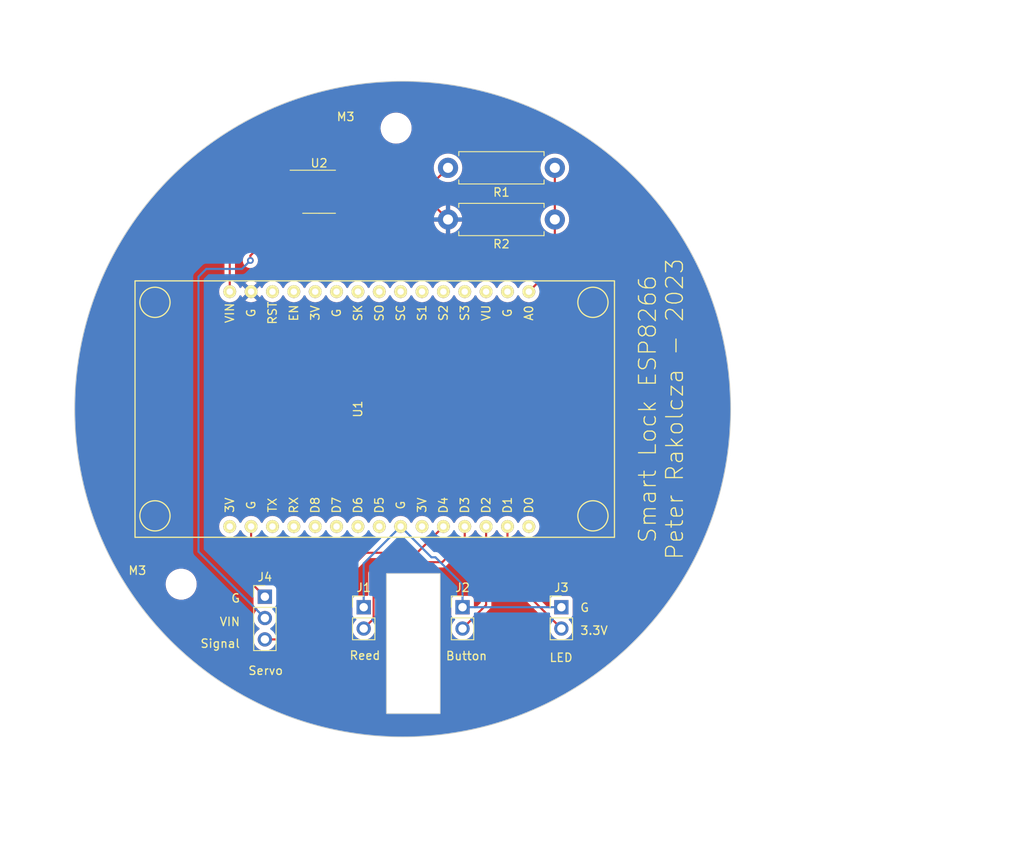
<source format=kicad_pcb>
(kicad_pcb (version 20221018) (generator pcbnew)
  (layers (0 "F.Cu" signal) (31 "B.Cu" signal) (34 "B.Paste" user) (35 "F.Paste" user) (36 "B.SilkS" user "B.Silkscreen") (37 "F.SilkS" user "F.Silkscreen") (38 "B.Mask" user) (39 "F.Mask" user) (44 "Edge.Cuts" user))
  (net 0 "")
  (net 1 "Net-(J1-Pin_1)")
  (net 2 "Net-(J1-Pin_2)")
  (net 3 "Net-(J4-Pin_1)")
  (net 4 "Net-(U1-A0(ADC0))")
  (net 5 "Net-(U2-VIOUT)")
  (net 6 "Net-(U2-GND)")
  (net 19 "Net-(U1-VIN)")
  (net 21 "Net-(J2-Pin_2)")
  (net 30 "Net-(J3-Pin_2)")
  (net 31 "Net-(J4-Pin_2)")
  (net 33 "Net-(J4-Pin_3)")
  (footprint "Connector_PinHeader_2.54mm:PinHeader_1x02_P2.54mm_Vertical" (layer "F.Cu") (at 82.1182 128.5698)
    (fp_text reference "J2" (at 0 -2.33) (layer "F.SilkS"))
    (fp_text value "Button")
    (fp_line (start -1.33 -1.33) (end 0 -1.33) (stroke (width 0.12)) (layer "F.SilkS"))
    (fp_line (start -1.33 0) (end -1.33 -1.33) (stroke (width 0.12)) (layer "F.SilkS"))
    (fp_line (start -1.33 1.27) (end -1.33 3.87) (stroke (width 0.12)) (layer "F.SilkS"))
    (fp_line (start -1.33 1.27) (end 1.33 1.27) (stroke (width 0.12)) (layer "F.SilkS"))
    (fp_line (start -1.33 3.87) (end 1.33 3.87) (stroke (width 0.12)) (layer "F.SilkS"))
    (fp_line (start 1.33 1.27) (end 1.33 3.87) (stroke (width 0.12)) (layer "F.SilkS"))
    (pad "1" thru_hole rect (at 0 0) (size 1.7 1.7) (drill 1) (layers "*.Cu" "*.Mask") (net 1 "Net-(J1-Pin_1)"))
    (pad "2" thru_hole oval (at 0 2.54) (size 1.7 1.7) (drill 1) (layers "*.Cu" "*.Mask") (net 21 "Net-(J2-Pin_2)"))
  )
  (footprint "NodeMCUv3:NodeMCU-LoLinV3" (layer "F.Cu") (at 69.68 105 -90)
    (fp_text reference "U1" (at 0 0 90) (layer "F.SilkS"))
    (fp_text value "NodeMCU1.0(ESP-12E)")
    (fp_text user "G" (at 11.43 12.7 90) (layer "F.SilkS"))
    (fp_text user "D3" (at 11.43 -12.7 90) (layer "F.SilkS"))
    (fp_text user "G" (at -11.43 -17.78 90) (layer "F.SilkS"))
    (fp_text user "G" (at 11.43 -5.08 90) (layer "F.SilkS"))
    (fp_text user "3V" (at 11.43 15.24 90) (layer "F.SilkS"))
    (fp_text user "TX" (at 11.43 10.16 90) (layer "F.SilkS"))
    (fp_text user "3V" (at -11.43 5.08 90) (layer "F.SilkS"))
    (fp_text user "SO" (at -11.43 -2.54 90) (layer "F.SilkS"))
    (fp_text user "VIN" (at -11.43 15.24 90) (layer "F.SilkS"))
    (fp_text user "G" (at -11.43 2.54 90) (layer "F.SilkS"))
    (fp_text user "RX" (at 11.43 7.62 90) (layer "F.SilkS"))
    (fp_text user "D6" (at 11.43 0 90) (layer "F.SilkS"))
    (fp_text user "D1" (at 11.43 -17.78 90) (layer "F.SilkS"))
    (fp_text user "S1" (at -11.43 -7.62 90) (layer "F.SilkS"))
    (fp_text user "G" (at -11.43 12.7 90) (layer "F.SilkS"))
    (fp_text user "D5" (at 11.43 -2.54 90) (layer "F.SilkS"))
    (fp_text user "RST" (at -11.43 10.16 90) (layer "F.SilkS"))
    (fp_text user "S3" (at -11.43 -12.7 90) (layer "F.SilkS"))
    (fp_text user "A0" (at -11.43 -20.32 90) (layer "F.SilkS"))
    (fp_text user "D4" (at 11.43 -10.16 90) (layer "F.SilkS"))
    (fp_text user "D8" (at 11.43 5.08 90) (layer "F.SilkS"))
    (fp_text user "VU" (at -11.43 -15.24 90) (layer "F.SilkS"))
    (fp_text user "SK" (at -11.43 0 90) (layer "F.SilkS"))
    (fp_text user "D0" (at 11.43 -20.32 90) (layer "F.SilkS"))
    (fp_text user "S2" (at -11.43 -10.16 90) (layer "F.SilkS"))
    (fp_text user "D2" (at 11.43 -15.24 90) (layer "F.SilkS"))
    (fp_text user "D7" (at 11.43 2.54 90) (layer "F.SilkS"))
    (fp_text user "EN" (at -11.43 7.62 90) (layer "F.SilkS"))
    (fp_text user "SC" (at -11.43 -5.08 90) (layer "F.SilkS"))
    (fp_text user "3V" (at 11.43 -7.62 90) (layer "F.SilkS"))
    (fp_line (start -15.25 -30.5) (end -15.25 26.5) (stroke (width 0.15)) (layer "F.SilkS"))
    (fp_line (start -15.25 26.5) (end 15.25 26.5) (stroke (width 0.15)) (layer "F.SilkS"))
    (fp_line (start -14.75 -30.5) (end -15.25 -30.5) (stroke (width 0.15)) (layer "F.SilkS"))
    (fp_line (start 15.25 -30.5) (end -14.75 -30.5) (stroke (width 0.15)) (layer "F.SilkS"))
    (fp_line (start 15.25 26.5) (end 15.25 -30.5) (stroke (width 0.15)) (layer "F.SilkS"))
    (fp_circle (center -12.7 -27.94) (end -11.43 -29.21) (stroke (width 0.15)) (fill none) (layer "F.SilkS"))
    (fp_circle (center -12.7 24.13) (end -11.43 22.86) (stroke (width 0.15)) (fill none) (layer "F.SilkS"))
    (fp_circle (center 12.7 -27.94) (end 13.97 -29.21) (stroke (width 0.15)) (fill none) (layer "F.SilkS"))
    (fp_circle (center 12.7 24.13) (end 13.97 22.86) (stroke (width 0.15)) (fill none) (layer "F.SilkS"))
    (pad "1" thru_hole circle (at -13.97 -20.32 270) (size 1.524 1.524) (drill 0.762) (layers "*.Cu" "*.Mask" "F.SilkS") (net 4 "Net-(U1-A0(ADC0))"))
    (pad "2" thru_hole circle (at -13.97 -17.78 270) (size 1.524 1.524) (drill 0.762) (layers "*.Cu" "*.Mask" "F.SilkS"))
    (pad "3" thru_hole circle (at -13.97 -15.24 270) (size 1.524 1.524) (drill 0.762) (layers "*.Cu" "*.Mask" "F.SilkS"))
    (pad "4" thru_hole circle (at -13.97 -12.7 270) (size 1.524 1.524) (drill 0.762) (layers "*.Cu" "*.Mask" "F.SilkS"))
    (pad "5" thru_hole circle (at -13.97 -10.16 270) (size 1.524 1.524) (drill 0.762) (layers "*.Cu" "*.Mask" "F.SilkS"))
    (pad "6" thru_hole circle (at -13.97 -7.62 270) (size 1.524 1.524) (drill 0.762) (layers "*.Cu" "*.Mask" "F.SilkS"))
    (pad "7" thru_hole circle (at -13.97 -5.08 270) (size 1.524 1.524) (drill 0.762) (layers "*.Cu" "*.Mask" "F.SilkS"))
    (pad "8" thru_hole circle (at -13.97 -2.54 270) (size 1.524 1.524) (drill 0.762) (layers "*.Cu" "*.Mask" "F.SilkS"))
    (pad "9" thru_hole circle (at -13.97 0 270) (size 1.524 1.524) (drill 0.762) (layers "*.Cu" "*.Mask" "F.SilkS"))
    (pad "10" thru_hole circle (at -13.97 2.54 270) (size 1.524 1.524) (drill 0.762) (layers "*.Cu" "*.Mask" "F.SilkS"))
    (pad "11" thru_hole circle (at -13.97 5.08 270) (size 1.524 1.524) (drill 0.762) (layers "*.Cu" "*.Mask" "F.SilkS"))
    (pad "12" thru_hole circle (at -13.97 7.62 270) (size 1.524 1.524) (drill 0.762) (layers "*.Cu" "*.Mask" "F.SilkS"))
    (pad "13" thru_hole circle (at -13.97 10.16 270) (size 1.524 1.524) (drill 0.762) (layers "*.Cu" "*.Mask" "F.SilkS"))
    (pad "14" thru_hole circle (at -13.97 12.7 270) (size 1.524 1.524) (drill 0.762) (layers "*.Cu" "*.Mask" "F.SilkS") (net 6 "Net-(U2-GND)"))
    (pad "15" thru_hole circle (at -13.97 15.24 270) (size 1.524 1.524) (drill 0.762) (layers "*.Cu" "*.Mask" "F.SilkS") (net 19 "Net-(U1-VIN)"))
    (pad "16" thru_hole circle (at 13.97 15.24 270) (size 1.524 1.524) (drill 0.762) (layers "*.Cu" "*.Mask" "F.SilkS"))
    (pad "17" thru_hole circle (at 13.97 12.7 270) (size 1.524 1.524) (drill 0.762) (layers "*.Cu" "*.Mask" "F.SilkS") (net 3 "Net-(J4-Pin_1)"))
    (pad "18" thru_hole circle (at 13.97 10.16 270) (size 1.524 1.524) (drill 0.762) (layers "*.Cu" "*.Mask" "F.SilkS"))
    (pad "19" thru_hole circle (at 13.97 7.62 270) (size 1.524 1.524) (drill 0.762) (layers "*.Cu" "*.Mask" "F.SilkS"))
    (pad "20" thru_hole circle (at 13.97 5.08 270) (size 1.524 1.524) (drill 0.762) (layers "*.Cu" "*.Mask" "F.SilkS"))
    (pad "21" thru_hole circle (at 13.97 2.54 270) (size 1.524 1.524) (drill 0.762) (layers "*.Cu" "*.Mask" "F.SilkS"))
    (pad "22" thru_hole circle (at 13.97 0 270) (size 1.524 1.524) (drill 0.762) (layers "*.Cu" "*.Mask" "F.SilkS"))
    (pad "23" thru_hole circle (at 13.97 -2.54 270) (size 1.524 1.524) (drill 0.762) (layers "*.Cu" "*.Mask" "F.SilkS"))
    (pad "24" thru_hole circle (at 13.97 -5.08 270) (size 1.524 1.524) (drill 0.762) (layers "*.Cu" "*.Mask" "F.SilkS") (net 1 "Net-(J1-Pin_1)"))
    (pad "25" thru_hole circle (at 13.97 -7.62 270) (size 1.524 1.524) (drill 0.762) (layers "*.Cu" "*.Mask" "F.SilkS"))
    (pad "26" thru_hole circle (at 13.97 -10.16 270) (size 1.524 1.524) (drill 0.762) (layers "*.Cu" "*.Mask" "F.SilkS") (net 33 "Net-(J4-Pin_3)"))
    (pad "27" thru_hole circle (at 13.97 -12.7 270) (size 1.524 1.524) (drill 0.762) (layers "*.Cu" "*.Mask" "F.SilkS") (net 2 "Net-(J1-Pin_2)"))
    (pad "28" thru_hole circle (at 13.97 -15.24 270) (size 1.524 1.524) (drill 0.762) (layers "*.Cu" "*.Mask" "F.SilkS") (net 21 "Net-(J2-Pin_2)"))
    (pad "29" thru_hole circle (at 13.97 -17.78 270) (size 1.524 1.524) (drill 0.762) (layers "*.Cu" "*.Mask" "F.SilkS") (net 30 "Net-(J3-Pin_2)"))
    (pad "30" thru_hole circle (at 13.97 -20.32 270) (size 1.524 1.524) (drill 0.762) (layers "*.Cu" "*.Mask" "F.SilkS"))
  )
  (footprint "Connector_PinHeader_2.54mm:PinHeader_1x02_P2.54mm_Vertical" (layer "F.Cu") (at 70.368267 128.5698)
    (fp_text reference "J1" (at 0 -2.33) (layer "F.SilkS"))
    (fp_text value "Reed")
    (fp_line (start -1.33 -1.33) (end 0 -1.33) (stroke (width 0.12)) (layer "F.SilkS"))
    (fp_line (start -1.33 0) (end -1.33 -1.33) (stroke (width 0.12)) (layer "F.SilkS"))
    (fp_line (start -1.33 1.27) (end -1.33 3.87) (stroke (width 0.12)) (layer "F.SilkS"))
    (fp_line (start -1.33 1.27) (end 1.33 1.27) (stroke (width 0.12)) (layer "F.SilkS"))
    (fp_line (start -1.33 3.87) (end 1.33 3.87) (stroke (width 0.12)) (layer "F.SilkS"))
    (fp_line (start 1.33 1.27) (end 1.33 3.87) (stroke (width 0.12)) (layer "F.SilkS"))
    (pad "1" thru_hole rect (at 0 0) (size 1.7 1.7) (drill 1) (layers "*.Cu" "*.Mask") (net 1 "Net-(J1-Pin_1)"))
    (pad "2" thru_hole oval (at 0 2.54) (size 1.7 1.7) (drill 1) (layers "*.Cu" "*.Mask") (net 2 "Net-(J1-Pin_2)"))
  )
  (footprint "Resistor_THT:R_Axial_DIN0411_L9.9mm_D3.6mm_P12.70mm_Horizontal" (layer "F.Cu") (at 93.091 76.3016 180)
    (fp_text reference "R1" (at 6.35 -2.92) (layer "F.SilkS"))
    (fp_text value "1k")
    (fp_line (start 1.28 -1.92) (end 11.42 -1.92) (stroke (width 0.12)) (layer "F.SilkS"))
    (fp_line (start 1.28 -1.44) (end 1.28 -1.92) (stroke (width 0.12)) (layer "F.SilkS"))
    (fp_line (start 1.28 1.44) (end 1.28 1.92) (stroke (width 0.12)) (layer "F.SilkS"))
    (fp_line (start 1.28 1.92) (end 11.42 1.92) (stroke (width 0.12)) (layer "F.SilkS"))
    (fp_line (start 11.42 -1.92) (end 11.42 -1.44) (stroke (width 0.12)) (layer "F.SilkS"))
    (fp_line (start 11.42 1.92) (end 11.42 1.44) (stroke (width 0.12)) (layer "F.SilkS"))
    (pad "1" thru_hole circle (at 0 0 180) (size 2.4 2.4) (drill 1.2) (layers "*.Cu" "*.Mask") (net 4 "Net-(U1-A0(ADC0))"))
    (pad "2" thru_hole oval (at 12.7 0 180) (size 2.4 2.4) (drill 1.2) (layers "*.Cu" "*.Mask") (net 5 "Net-(U2-VIOUT)"))
  )
  (footprint "Resistor_THT:R_Axial_DIN0411_L9.9mm_D3.6mm_P12.70mm_Horizontal" (layer "F.Cu") (at 93.091 82.4484 180)
    (fp_text reference "R2" (at 6.35 -2.92) (layer "F.SilkS"))
    (fp_text value "2k")
    (fp_line (start 1.28 -1.92) (end 11.42 -1.92) (stroke (width 0.12)) (layer "F.SilkS"))
    (fp_line (start 1.28 -1.44) (end 1.28 -1.92) (stroke (width 0.12)) (layer "F.SilkS"))
    (fp_line (start 1.28 1.44) (end 1.28 1.92) (stroke (width 0.12)) (layer "F.SilkS"))
    (fp_line (start 1.28 1.92) (end 11.42 1.92) (stroke (width 0.12)) (layer "F.SilkS"))
    (fp_line (start 11.42 -1.92) (end 11.42 -1.44) (stroke (width 0.12)) (layer "F.SilkS"))
    (fp_line (start 11.42 1.92) (end 11.42 1.44) (stroke (width 0.12)) (layer "F.SilkS"))
    (pad "1" thru_hole circle (at 0 0 180) (size 2.4 2.4) (drill 1.2) (layers "*.Cu" "*.Mask") (net 4 "Net-(U1-A0(ADC0))"))
    (pad "2" thru_hole oval (at 12.7 0 180) (size 2.4 2.4) (drill 1.2) (layers "*.Cu" "*.Mask") (net 6 "Net-(U2-GND)"))
  )
  (footprint "Package_SO:SOIC-8_3.9x4.9mm_P1.27mm" (layer "F.Cu") (at 65.0636 79.1464)
    (fp_text reference "U2" (at 0 -3.4) (layer "F.SilkS"))
    (fp_text value "ACS712xLCTR-30A")
    (fp_line (start 0 -2.56) (end -3.45 -2.56) (stroke (width 0.12)) (layer "F.SilkS"))
    (fp_line (start 0 -2.56) (end 1.95 -2.56) (stroke (width 0.12)) (layer "F.SilkS"))
    (fp_line (start 0 2.56) (end -1.95 2.56) (stroke (width 0.12)) (layer "F.SilkS"))
    (fp_line (start 0 2.56) (end 1.95 2.56) (stroke (width 0.12)) (layer "F.SilkS"))
    (pad "1" smd roundrect (at -2.475 -1.905) (size 1.95 0.6) (layers "F.Cu" "F.Paste" "F.Mask") (net 19 "Net-(U1-VIN)"))
    (pad "2" smd roundrect (at -2.475 -0.635) (size 1.95 0.6) (layers "F.Cu" "F.Paste" "F.Mask") (net 19 "Net-(U1-VIN)"))
    (pad "3" smd roundrect (at -2.475 0.635) (size 1.95 0.6) (layers "F.Cu" "F.Paste" "F.Mask") (net 31 "Net-(J4-Pin_2)"))
    (pad "4" smd roundrect (at -2.475 1.905) (size 1.95 0.6) (layers "F.Cu" "F.Paste" "F.Mask") (net 31 "Net-(J4-Pin_2)"))
    (pad "5" smd roundrect (at 2.475 1.905) (size 1.95 0.6) (layers "F.Cu" "F.Paste" "F.Mask") (net 6 "Net-(U2-GND)"))
    (pad "6" smd roundrect (at 2.475 0.635) (size 1.95 0.6) (layers "F.Cu" "F.Paste" "F.Mask"))
    (pad "7" smd roundrect (at 2.475 -0.635) (size 1.95 0.6) (layers "F.Cu" "F.Paste" "F.Mask") (net 5 "Net-(U2-VIOUT)"))
    (pad "8" smd roundrect (at 2.475 -1.905) (size 1.95 0.6) (layers "F.Cu" "F.Paste" "F.Mask") (net 19 "Net-(U1-VIN)"))
  )
  (footprint "MountingHole:MountingHole_3.2mm_M3" (layer "F.Cu") (at 48.6664 125.8316)
    (fp_text reference "M3" (at -5.207 -1.6256) (layer "F.SilkS"))
    (fp_text value "MountingHole_3.2mm_M3")
    (pad "" np_thru_hole circle (at 0 0) (size 3.2 3.2) (drill 3.2) (layers "*.Cu" "*.Mask"))
  )
  (footprint "Connector_PinHeader_2.54mm:PinHeader_1x02_P2.54mm_Vertical" (layer "F.Cu") (at 93.868134 128.5698)
    (fp_text reference "J3" (at 0 -2.33) (layer "F.SilkS"))
    (fp_text value "LED")
    (fp_line (start -1.33 -1.33) (end 0 -1.33) (stroke (width 0.12)) (layer "F.SilkS"))
    (fp_line (start -1.33 0) (end -1.33 -1.33) (stroke (width 0.12)) (layer "F.SilkS"))
    (fp_line (start -1.33 1.27) (end -1.33 3.87) (stroke (width 0.12)) (layer "F.SilkS"))
    (fp_line (start -1.33 1.27) (end 1.33 1.27) (stroke (width 0.12)) (layer "F.SilkS"))
    (fp_line (start -1.33 3.87) (end 1.33 3.87) (stroke (width 0.12)) (layer "F.SilkS"))
    (fp_line (start 1.33 1.27) (end 1.33 3.87) (stroke (width 0.12)) (layer "F.SilkS"))
    (pad "1" thru_hole rect (at 0 0) (size 1.7 1.7) (drill 1) (layers "*.Cu" "*.Mask") (net 1 "Net-(J1-Pin_1)"))
    (pad "2" thru_hole oval (at 0 2.54) (size 1.7 1.7) (drill 1) (layers "*.Cu" "*.Mask") (net 30 "Net-(J3-Pin_2)"))
  )
  (footprint "MountingHole:MountingHole_3.2mm_M3" (layer "F.Cu") (at 74.2188 71.5772)
    (fp_text reference "M3" (at -5.9944 -1.3462) (layer "F.SilkS"))
    (fp_text value "MountingHole_3.2mm_M3")
    (pad "" np_thru_hole circle (at 0 0) (size 3.2 3.2) (drill 3.2) (layers "*.Cu" "*.Mask"))
  )
  (footprint "Connector_PinHeader_2.54mm:PinHeader_1x03_P2.54mm_Vertical" (layer "F.Cu") (at 58.618334 127.3198)
    (fp_text reference "J4" (at 0 -2.33) (layer "F.SilkS"))
    (fp_text value "Servo")
    (fp_line (start -1.33 -1.33) (end 0 -1.33) (stroke (width 0.12)) (layer "F.SilkS"))
    (fp_line (start -1.33 0) (end -1.33 -1.33) (stroke (width 0.12)) (layer "F.SilkS"))
    (fp_line (start -1.33 1.27) (end -1.33 6.41) (stroke (width 0.12)) (layer "F.SilkS"))
    (fp_line (start -1.33 1.27) (end 1.33 1.27) (stroke (width 0.12)) (layer "F.SilkS"))
    (fp_line (start -1.33 6.41) (end 1.33 6.41) (stroke (width 0.12)) (layer "F.SilkS"))
    (fp_line (start 1.33 1.27) (end 1.33 6.41) (stroke (width 0.12)) (layer "F.SilkS"))
    (pad "1" thru_hole rect (at 0 0) (size 1.7 1.7) (drill 1) (layers "*.Cu" "*.Mask") (net 3 "Net-(J4-Pin_1)"))
    (pad "2" thru_hole oval (at 0 2.54) (size 1.7 1.7) (drill 1) (layers "*.Cu" "*.Mask") (net 31 "Net-(J4-Pin_2)"))
    (pad "3" thru_hole oval (at 0 5.08) (size 1.7 1.7) (drill 1) (layers "*.Cu" "*.Mask") (net 33 "Net-(J4-Pin_3)"))
  )
  (gr_rect (start 73.0758 124.5616) (end 79.4512 141.224) (stroke (width 0.1)) (fill none) (layer "Edge.Cuts"))
  (gr_circle (center 75 105) (end 114 105) (stroke (width 0.1)) (fill none) (layer "Edge.Cuts"))
  (gr_text "Signal" (at 50.876485 133.477) (layer "F.SilkS") (effects (font (size 1 1)) (justify left bottom)))
  (gr_text "Servo" (at 56.5658 136.7028) (layer "F.SilkS") (effects (font (size 1 1)) (justify left bottom)))
  (gr_text "G" (at 54.543152 128.0922) (layer "F.SilkS") (effects (font (size 1 1)) (justify left bottom)))
  (gr_text "3.3V" (at 96.0374 131.9276) (layer "F.SilkS") (effects (font (size 1 1)) (justify left bottom)))
  (gr_text "Reed" (at 68.6054 134.8994) (layer "F.SilkS") (effects (font (size 1 1)) (justify left bottom)))
  (gr_text "Button" (at 80.0608 134.9502) (layer "F.SilkS") (effects (font (size 1 1)) (justify left bottom)))
  (gr_text "LED" (at 92.3798 135.1534) (layer "F.SilkS") (effects (font (size 1 1)) (justify left bottom)))
  (gr_text "VIN" (at 53.1622 130.8862) (layer "F.SilkS") (effects (font (size 1 1)) (justify left bottom)))
  (gr_text "G" (at 96.0374 129.2098) (layer "F.SilkS") (effects (font (size 1 1)) (justify left bottom)))
  (gr_text "Smart Lock ESP8266\nPeter Rakolcza - 2023" (at 108.5088 105 90) (layer "F.SilkS") (effects (font (size 2 2)) (justify bottom)))
  (segment (start 82.1182 125.857) (end 78.8924 122.6312) (width 0.25) (layer "B.Cu") (net 1))
  (segment (start 78.4212 122.6312) (end 74.76 118.97) (width 0.25) (layer "B.Cu") (net 1))
  (segment (start 82.1182 128.5698) (end 93.868134 128.5698) (width 0.25) (layer "B.Cu") (net 1))
  (segment (start 70.368267 123.361733) (end 74.76 118.97) (width 0.25) (layer "B.Cu") (net 1))
  (segment (start 78.8924 122.6312) (end 78.4212 122.6312) (width 0.25) (layer "B.Cu") (net 1))
  (segment (start 82.1182 128.5698) (end 82.1182 125.857) (width 0.25) (layer "B.Cu") (net 1))
  (segment (start 70.368267 128.5698) (end 70.368267 123.361733) (width 0.25) (layer "B.Cu") (net 1))
  (segment (start 82.38 120.5406) (end 82.38 118.97) (width 0.25) (layer "F.Cu") (net 2))
  (segment (start 71.543267 129.9348) (end 71.543267 124.595533) (width 0.25) (layer "F.Cu") (net 2))
  (segment (start 72.9234 123.2154) (end 79.7052 123.2154) (width 0.25) (layer "F.Cu") (net 2))
  (segment (start 70.368267 131.1098) (end 71.543267 129.9348) (width 0.25) (layer "F.Cu") (net 2))
  (segment (start 71.543267 124.595533) (end 72.9234 123.2154) (width 0.25) (layer "F.Cu") (net 2))
  (segment (start 79.7052 123.2154) (end 82.38 120.5406) (width 0.25) (layer "F.Cu") (net 2))
  (segment (start 56.98 118.97) (end 56.98 125.681466) (width 0.25) (layer "F.Cu") (net 3))
  (segment (start 56.98 125.681466) (end 58.618334 127.3198) (width 0.25) (layer "F.Cu") (net 3))
  (segment (start 93.091 82.4484) (end 93.091 87.939) (width 0.25) (layer "F.Cu") (net 4))
  (segment (start 93.091 87.939) (end 90 91.03) (width 0.25) (layer "F.Cu") (net 4))
  (segment (start 93.091 76.3016) (end 93.091 82.4484) (width 0.25) (layer "F.Cu") (net 4))
  (segment (start 78.1812 78.5114) (end 80.391 76.3016) (width 0.25) (layer "F.Cu") (net 5))
  (segment (start 67.5386 78.5114) (end 78.1812 78.5114) (width 0.25) (layer "F.Cu") (net 5))
  (segment (start 56.98 91.03) (end 66.9586 81.0514) (width 0.25) (layer "F.Cu") (net 6))
  (segment (start 78.994 81.0514) (end 80.391 82.4484) (width 0.25) (layer "F.Cu") (net 6))
  (segment (start 66.9586 81.0514) (end 67.5386 81.0514) (width 0.25) (layer "F.Cu") (net 6))
  (segment (start 67.5386 81.0514) (end 78.994 81.0514) (width 0.25) (layer "F.Cu") (net 6))
  (segment (start 67.5386 77.2414) (end 62.5886 77.2414) (width 0.25) (layer "F.Cu") (net 19))
  (segment (start 62.5886 77.2414) (end 62.5886 78.5114) (width 0.25) (layer "F.Cu") (net 19))
  (segment (start 62.211849 78.5114) (end 54.44 86.283249) (width 0.25) (layer "F.Cu") (net 19))
  (segment (start 62.5886 78.5114) (end 62.211849 78.5114) (width 0.25) (layer "F.Cu") (net 19))
  (segment (start 54.44 86.283249) (end 54.44 91.03) (width 0.25) (layer "F.Cu") (net 19))
  (segment (start 84.92 128.308) (end 84.92 118.97) (width 0.25) (layer "F.Cu") (net 21))
  (segment (start 82.1182 131.1098) (end 84.92 128.308) (width 0.25) (layer "F.Cu") (net 21))
  (segment (start 93.868134 131.1098) (end 87.46 124.701666) (width 0.25) (layer "F.Cu") (net 30))
  (segment (start 87.46 124.701666) (end 87.46 118.97) (width 0.25) (layer "F.Cu") (net 30))
  (segment (start 56.896 86.744) (end 56.896 87.3252) (width 0.25) (layer "F.Cu") (net 31))
  (segment (start 62.5886 81.0514) (end 56.896 86.744) (width 0.25) (layer "F.Cu") (net 31))
  (segment (start 62.5886 79.7814) (end 62.5886 81.0514) (width 0.25) (layer "F.Cu") (net 31))
  (via (at 56.896 87.3252) (size 0.8) (drill 0.4) (layers "F.Cu" "B.Cu") (net 31))
  (segment (start 50.7238 121.965266) (end 58.618334 129.8598) (width 0.25) (layer "B.Cu") (net 31))
  (segment (start 50.7238 89.2556) (end 50.7238 121.965266) (width 0.25) (layer "B.Cu") (net 31))
  (segment (start 56.896 87.3252) (end 55.893 88.3282) (width 0.25) (layer "B.Cu") (net 31))
  (segment (start 55.893 88.3282) (end 51.6512 88.3282) (width 0.25) (layer "B.Cu") (net 31))
  (segment (start 51.6512 88.3282) (end 50.7238 89.2556) (width 0.25) (layer "B.Cu") (net 31))
  (segment (start 60.327451 132.3998) (end 70.629451 122.0978) (width 0.25) (layer "F.Cu") (net 33))
  (segment (start 58.618334 132.3998) (end 60.327451 132.3998) (width 0.25) (layer "F.Cu") (net 33))
  (segment (start 70.629451 122.0978) (end 76.7122 122.0978) (width 0.25) (layer "F.Cu") (net 33))
  (segment (start 76.7122 122.0978) (end 79.84 118.97) (width 0.25) (layer "F.Cu") (net 33))
  (zone (net 6) (net_name "Net-(U2-GND)") (layer "F.Cu") (connect_pads (clearance 0.5)) (min_thickness 0.25) (fill yes (thermal_gap 0.5) (thermal_bridge_width 0.5))
    (polygon (pts (xy 59.8932 58.2676) (xy 32.0294 80.9498) (xy 28.194 132.4102) (xy 83.2612 156.8958) (xy 148.8694 122.9868) (xy 107.9754 66.3448)))
  )
  (zone (net 6) (net_name "Net-(U2-GND)") (layer "B.Cu") (priority 1) (connect_pads (clearance 0.5)) (min_thickness 0.25) (fill yes (thermal_gap 0.5) (thermal_bridge_width 0.5))
    (polygon (pts (xy 49.8348 64.6684) (xy 27.1272 86.233) (xy 32.9692 143.0782) (xy 98.1456 159.258) (xy 136.779 113.1824) (xy 126.0094 79.0448) (xy 72.7456 56.3372)))
  )
)
</source>
